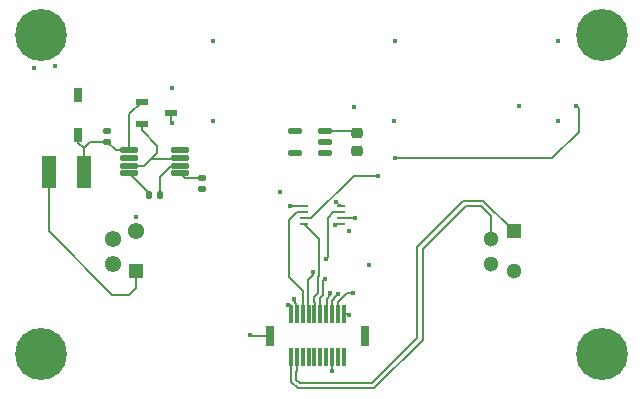
<source format=gbl>
G04 #@! TF.GenerationSoftware,KiCad,Pcbnew,9.0.4*
G04 #@! TF.CreationDate,2025-12-23T06:35:07-05:00*
G04 #@! TF.ProjectId,main_board_peripheral_v2,6d61696e-5f62-46f6-9172-645f70657269,rev?*
G04 #@! TF.SameCoordinates,Original*
G04 #@! TF.FileFunction,Copper,L4,Bot*
G04 #@! TF.FilePolarity,Positive*
%FSLAX46Y46*%
G04 Gerber Fmt 4.6, Leading zero omitted, Abs format (unit mm)*
G04 Created by KiCad (PCBNEW 9.0.4) date 2025-12-23 06:35:07*
%MOMM*%
%LPD*%
G01*
G04 APERTURE LIST*
G04 Aperture macros list*
%AMRoundRect*
0 Rectangle with rounded corners*
0 $1 Rounding radius*
0 $2 $3 $4 $5 $6 $7 $8 $9 X,Y pos of 4 corners*
0 Add a 4 corners polygon primitive as box body*
4,1,4,$2,$3,$4,$5,$6,$7,$8,$9,$2,$3,0*
0 Add four circle primitives for the rounded corners*
1,1,$1+$1,$2,$3*
1,1,$1+$1,$4,$5*
1,1,$1+$1,$6,$7*
1,1,$1+$1,$8,$9*
0 Add four rect primitives between the rounded corners*
20,1,$1+$1,$2,$3,$4,$5,0*
20,1,$1+$1,$4,$5,$6,$7,0*
20,1,$1+$1,$6,$7,$8,$9,0*
20,1,$1+$1,$8,$9,$2,$3,0*%
G04 Aperture macros list end*
G04 #@! TA.AperFunction,ComponentPad*
%ADD10C,4.400000*%
G04 #@! TD*
G04 #@! TA.AperFunction,ComponentPad*
%ADD11R,1.300000X1.300000*%
G04 #@! TD*
G04 #@! TA.AperFunction,ComponentPad*
%ADD12C,1.381000*%
G04 #@! TD*
G04 #@! TA.AperFunction,ComponentPad*
%ADD13C,1.300000*%
G04 #@! TD*
G04 #@! TA.AperFunction,SMDPad,CuDef*
%ADD14RoundRect,0.060000X-0.675000X-0.180000X0.675000X-0.180000X0.675000X0.180000X-0.675000X0.180000X0*%
G04 #@! TD*
G04 #@! TA.AperFunction,SMDPad,CuDef*
%ADD15RoundRect,0.140000X-0.170000X0.140000X-0.170000X-0.140000X0.170000X-0.140000X0.170000X0.140000X0*%
G04 #@! TD*
G04 #@! TA.AperFunction,SMDPad,CuDef*
%ADD16R,0.750000X1.200000*%
G04 #@! TD*
G04 #@! TA.AperFunction,SMDPad,CuDef*
%ADD17RoundRect,0.147500X0.457500X0.147500X-0.457500X0.147500X-0.457500X-0.147500X0.457500X-0.147500X0*%
G04 #@! TD*
G04 #@! TA.AperFunction,SMDPad,CuDef*
%ADD18R,0.300000X1.600000*%
G04 #@! TD*
G04 #@! TA.AperFunction,SMDPad,CuDef*
%ADD19R,0.800000X1.800000*%
G04 #@! TD*
G04 #@! TA.AperFunction,SMDPad,CuDef*
%ADD20R,1.180000X2.810000*%
G04 #@! TD*
G04 #@! TA.AperFunction,SMDPad,CuDef*
%ADD21R,0.800100X0.254000*%
G04 #@! TD*
G04 #@! TA.AperFunction,SMDPad,CuDef*
%ADD22R,1.050000X0.600000*%
G04 #@! TD*
G04 #@! TA.AperFunction,SMDPad,CuDef*
%ADD23RoundRect,0.225000X-0.250000X0.225000X-0.250000X-0.225000X0.250000X-0.225000X0.250000X0.225000X0*%
G04 #@! TD*
G04 #@! TA.AperFunction,SMDPad,CuDef*
%ADD24RoundRect,0.140000X0.140000X0.170000X-0.140000X0.170000X-0.140000X-0.170000X0.140000X-0.170000X0*%
G04 #@! TD*
G04 #@! TA.AperFunction,ViaPad*
%ADD25C,0.450000*%
G04 #@! TD*
G04 #@! TA.AperFunction,Conductor*
%ADD26C,0.200000*%
G04 #@! TD*
G04 APERTURE END LIST*
D10*
X91000000Y-104000000D03*
X138500000Y-104000000D03*
D11*
X99000000Y-97000000D03*
D12*
X97050000Y-96375000D03*
X99000000Y-93600000D03*
X97050000Y-94225000D03*
D10*
X138500000Y-77000000D03*
X91000000Y-77000000D03*
D11*
X131000000Y-93600000D03*
D13*
X129050000Y-94225000D03*
X131000000Y-97000000D03*
X129050000Y-96375000D03*
D14*
X98445000Y-88694999D03*
X98445000Y-88044999D03*
X98445000Y-87394999D03*
X98445000Y-86744999D03*
X102745000Y-86744999D03*
X102745000Y-87394999D03*
X102745000Y-88044999D03*
X102745000Y-88694999D03*
D15*
X104595000Y-89089999D03*
X104595000Y-90049999D03*
D16*
X94095000Y-85469999D03*
X94095000Y-82069999D03*
D17*
X115010000Y-85100000D03*
X115010000Y-86050000D03*
X115010000Y-87000000D03*
X112500000Y-87000000D03*
X112500000Y-85100000D03*
D18*
X116625000Y-104225000D03*
X116625000Y-100625000D03*
X116125000Y-104225000D03*
X116125000Y-100625000D03*
X115625000Y-104225000D03*
X115625000Y-100625000D03*
X115125000Y-104225000D03*
X115125000Y-100625000D03*
X114625000Y-104225000D03*
X114625000Y-100625000D03*
X114125000Y-104225000D03*
X114125000Y-100625000D03*
X113625000Y-104225000D03*
X113625000Y-100625000D03*
X113125000Y-104225000D03*
X113125000Y-100625000D03*
X112625000Y-104225000D03*
X112625000Y-100625000D03*
X112125000Y-104225000D03*
X112125000Y-100625000D03*
D19*
X118375000Y-102425000D03*
X110375000Y-102425000D03*
D20*
X91610000Y-88569999D03*
X94580000Y-88569999D03*
D21*
X116361500Y-91499999D03*
X116361500Y-92000000D03*
X116361500Y-92500000D03*
X116361500Y-93000001D03*
X113250000Y-93000001D03*
X113250000Y-92500000D03*
X113250000Y-92000000D03*
X113250000Y-91499999D03*
D22*
X99495000Y-84519999D03*
X99495000Y-82619999D03*
X101945000Y-83569999D03*
D23*
X117755000Y-85275000D03*
X117755000Y-86825000D03*
D24*
X101055000Y-90569999D03*
X100095000Y-90569999D03*
D15*
X96595000Y-85089999D03*
X96595000Y-86049999D03*
D25*
X112090000Y-91450000D03*
X112500000Y-87000000D03*
X117030000Y-93550000D03*
X116086455Y-98873727D03*
X115436616Y-98859176D03*
X112377488Y-99318514D03*
X111882512Y-99813490D03*
X115848167Y-93036626D03*
X117450000Y-83100000D03*
X108700000Y-102350000D03*
X96660000Y-85070000D03*
X134750000Y-84275000D03*
X92170000Y-79580000D03*
X90340000Y-79800000D03*
X118780000Y-96480000D03*
X115010000Y-86050000D03*
X104595000Y-90049999D03*
X105500000Y-84275000D03*
X111190000Y-90300000D03*
X102040000Y-81480000D03*
X131480000Y-82980000D03*
X99020000Y-92380000D03*
X118375000Y-102425000D03*
X117755000Y-86825000D03*
X117050000Y-100690000D03*
X94140000Y-82110000D03*
X120900000Y-84275000D03*
X114990000Y-97680000D03*
X115620000Y-105460000D03*
X117755000Y-85275000D03*
X120930000Y-77470000D03*
X117420000Y-98838489D03*
X102070000Y-84440000D03*
X104595000Y-89089999D03*
X105500000Y-77490000D03*
X134730000Y-77490000D03*
X115985751Y-91124249D03*
X117520000Y-92474998D03*
X136300000Y-82980000D03*
X120920000Y-87430000D03*
X119480000Y-88890000D03*
X115070000Y-95950000D03*
X113995000Y-97025000D03*
D26*
X100095000Y-90344999D02*
X98445000Y-88694999D01*
X100095000Y-90569999D02*
X100095000Y-90344999D01*
X102010001Y-88044999D02*
X102745000Y-88044999D01*
X101055000Y-89000000D02*
X102010001Y-88044999D01*
X101055000Y-90569999D02*
X101055000Y-89000000D01*
X113250000Y-91499999D02*
X112139999Y-91499999D01*
X112139999Y-91499999D02*
X112090000Y-91450000D01*
X96595000Y-86049999D02*
X95115000Y-86049999D01*
X94580000Y-86584999D02*
X94580000Y-88569999D01*
X94095000Y-86099999D02*
X94580000Y-86584999D01*
X98445000Y-83669999D02*
X98445000Y-86744999D01*
X99495000Y-82619999D02*
X98445000Y-83669999D01*
X95115000Y-86049999D02*
X94580000Y-86584999D01*
X98445000Y-86744999D02*
X97290000Y-86744999D01*
X94095000Y-85469999D02*
X94095000Y-86099999D01*
X97290000Y-86744999D02*
X96595000Y-86049999D01*
X91610000Y-88569999D02*
X91610000Y-93600000D01*
X91610000Y-93600000D02*
X97020000Y-99010000D01*
X99000000Y-98410000D02*
X99000000Y-97000000D01*
X98430000Y-99010000D02*
X98430000Y-98980000D01*
X98430000Y-98980000D02*
X99000000Y-98410000D01*
X97020000Y-99010000D02*
X98430000Y-99010000D01*
X116086455Y-98873727D02*
X115962616Y-98997566D01*
X115600000Y-99950000D02*
X115625000Y-99975000D01*
X115962616Y-99077053D02*
X115754815Y-99284854D01*
X115962616Y-98997566D02*
X115962616Y-99077053D01*
X115754815Y-99354152D02*
X115600000Y-99508967D01*
X115600000Y-99508967D02*
X115600000Y-99950000D01*
X115625000Y-99975000D02*
X115625000Y-100625000D01*
X115754815Y-99284854D02*
X115754815Y-99354152D01*
X115125000Y-100625000D02*
X115125000Y-99975000D01*
X115150000Y-99322569D02*
X115436616Y-99035953D01*
X115436616Y-99035953D02*
X115436616Y-98859176D01*
X115150000Y-99950000D02*
X115150000Y-99322569D01*
X115125000Y-99975000D02*
X115150000Y-99950000D01*
X112706802Y-106895000D02*
X119193198Y-106895000D01*
X123285000Y-102803198D02*
X123285000Y-95133198D01*
X126930484Y-91487714D02*
X128251317Y-91487714D01*
X119193198Y-106895000D02*
X123285000Y-102803198D01*
X112150000Y-105450001D02*
X112150000Y-106338198D01*
X123285000Y-95133198D02*
X126930484Y-91487714D01*
X112125000Y-104225000D02*
X112125000Y-105425001D01*
X128251317Y-91487714D02*
X129050000Y-92286397D01*
X112125000Y-105425001D02*
X112150000Y-105450001D01*
X129050000Y-92286397D02*
X129050000Y-94225000D01*
X112150000Y-106338198D02*
X112706802Y-106895000D01*
X112377488Y-99495291D02*
X112377488Y-99318514D01*
X112600000Y-99950000D02*
X112600000Y-99717803D01*
X112625000Y-100625000D02*
X112625000Y-99975000D01*
X112625000Y-99975000D02*
X112600000Y-99950000D01*
X112600000Y-99717803D02*
X112377488Y-99495291D01*
X112150000Y-99904201D02*
X112059289Y-99813490D01*
X112059289Y-99813490D02*
X111882512Y-99813490D01*
X112125000Y-99975000D02*
X112150000Y-99950000D01*
X112150000Y-99950000D02*
X112150000Y-99904201D01*
X112125000Y-100625000D02*
X112125000Y-99975000D01*
X112625000Y-104225000D02*
X112625000Y-105425001D01*
X126744088Y-91037714D02*
X128437714Y-91037714D01*
X122835000Y-102616802D02*
X122835000Y-94946802D01*
X112625000Y-105425001D02*
X112600000Y-105450001D01*
X112893198Y-106445000D02*
X119006802Y-106445000D01*
X122835000Y-94946802D02*
X126744088Y-91037714D01*
X128437714Y-91037714D02*
X131000000Y-93600000D01*
X119006802Y-106445000D02*
X122835000Y-102616802D01*
X112600000Y-105450001D02*
X112600000Y-106151802D01*
X112600000Y-106151802D02*
X112893198Y-106445000D01*
X112620950Y-92000000D02*
X111970000Y-92650950D01*
X113125000Y-98625000D02*
X113125000Y-100625000D01*
X113250000Y-92000000D02*
X112620950Y-92000000D01*
X111970000Y-92650950D02*
X111970000Y-97470000D01*
X111970000Y-97470000D02*
X113125000Y-98625000D01*
X96640001Y-85089999D02*
X96660000Y-85070000D01*
X96595000Y-85089999D02*
X96640001Y-85089999D01*
X108775000Y-102425000D02*
X108700000Y-102350000D01*
X116985000Y-100625000D02*
X117050000Y-100690000D01*
X94095000Y-82069999D02*
X94099999Y-82069999D01*
X94099999Y-82069999D02*
X94140000Y-82110000D01*
X115884792Y-93000001D02*
X115848167Y-93036626D01*
X110375000Y-102425000D02*
X108775000Y-102425000D01*
X116625000Y-100625000D02*
X116985000Y-100625000D01*
X116361500Y-93000001D02*
X115884792Y-93000001D01*
X114859900Y-99030100D02*
X114625000Y-99265000D01*
X114625000Y-99265000D02*
X114625000Y-100625000D01*
X114860000Y-98073000D02*
X114859900Y-98073100D01*
X114990000Y-97680000D02*
X114860000Y-97810000D01*
X114859900Y-98073100D02*
X114859900Y-99030100D01*
X114860000Y-97810000D02*
X114860000Y-98073000D01*
X115010000Y-85100000D02*
X117580000Y-85100000D01*
X115625000Y-105455000D02*
X115620000Y-105460000D01*
X115625000Y-104225000D02*
X115625000Y-105455000D01*
X117580000Y-85100000D02*
X117755000Y-85275000D01*
X101945000Y-84315000D02*
X102070000Y-84440000D01*
X116125000Y-99625000D02*
X116911511Y-98838489D01*
X116125000Y-100625000D02*
X116125000Y-99625000D01*
X116911511Y-98838489D02*
X117420000Y-98838489D01*
X103140000Y-89089999D02*
X102745000Y-88694999D01*
X101945000Y-83569999D02*
X101945000Y-84315000D01*
X104595000Y-89089999D02*
X103140000Y-89089999D01*
X99735001Y-88044999D02*
X100820000Y-86960000D01*
X99495000Y-85019999D02*
X100820000Y-86344999D01*
X102679999Y-87460000D02*
X100320000Y-87460000D01*
X100320000Y-87460000D02*
X99735001Y-88044999D01*
X98445000Y-88044999D02*
X99735001Y-88044999D01*
X102745000Y-87394999D02*
X102679999Y-87460000D01*
X100820000Y-86960000D02*
X100820000Y-86344999D01*
X99495000Y-84519999D02*
X99495000Y-85019999D01*
X115985751Y-91124249D02*
X116361500Y-91499999D01*
X117494998Y-92500000D02*
X117520000Y-92474998D01*
X116361500Y-92500000D02*
X117494998Y-92500000D01*
X113250000Y-92500000D02*
X113866123Y-92500000D01*
X113866123Y-92500000D02*
X117476123Y-88890000D01*
X134270000Y-87430000D02*
X136520000Y-85180000D01*
X136520000Y-85180000D02*
X136520000Y-83200000D01*
X117476123Y-88890000D02*
X119480000Y-88890000D01*
X120920000Y-87430000D02*
X134270000Y-87430000D01*
X136520000Y-83200000D02*
X136300000Y-82980000D01*
X113600000Y-97690000D02*
X113600000Y-100600000D01*
X115260000Y-95760000D02*
X115260000Y-92472450D01*
X113600000Y-100600000D02*
X113625000Y-100625000D01*
X113995000Y-97295000D02*
X113600000Y-97690000D01*
X113995000Y-97025000D02*
X113995000Y-97295000D01*
X115260000Y-92472450D02*
X115732450Y-92000000D01*
X115732450Y-92000000D02*
X116361500Y-92000000D01*
X115070000Y-95950000D02*
X115260000Y-95760000D01*
X114458900Y-98864000D02*
X114124000Y-99198900D01*
X114520000Y-94900000D02*
X114540000Y-94920000D01*
X114124000Y-99198900D02*
X114124000Y-99607877D01*
X113250000Y-93000001D02*
X114520000Y-94270001D01*
X114540000Y-97347800D02*
X114458900Y-97428900D01*
X114540000Y-94920000D02*
X114540000Y-97347800D01*
X114174000Y-99657877D02*
X114174000Y-100576000D01*
X114174000Y-100576000D02*
X114125000Y-100625000D01*
X114458900Y-97428900D02*
X114458900Y-98864000D01*
X114520000Y-94270001D02*
X114520000Y-94900000D01*
X114124000Y-99607877D02*
X114174000Y-99657877D01*
M02*

</source>
